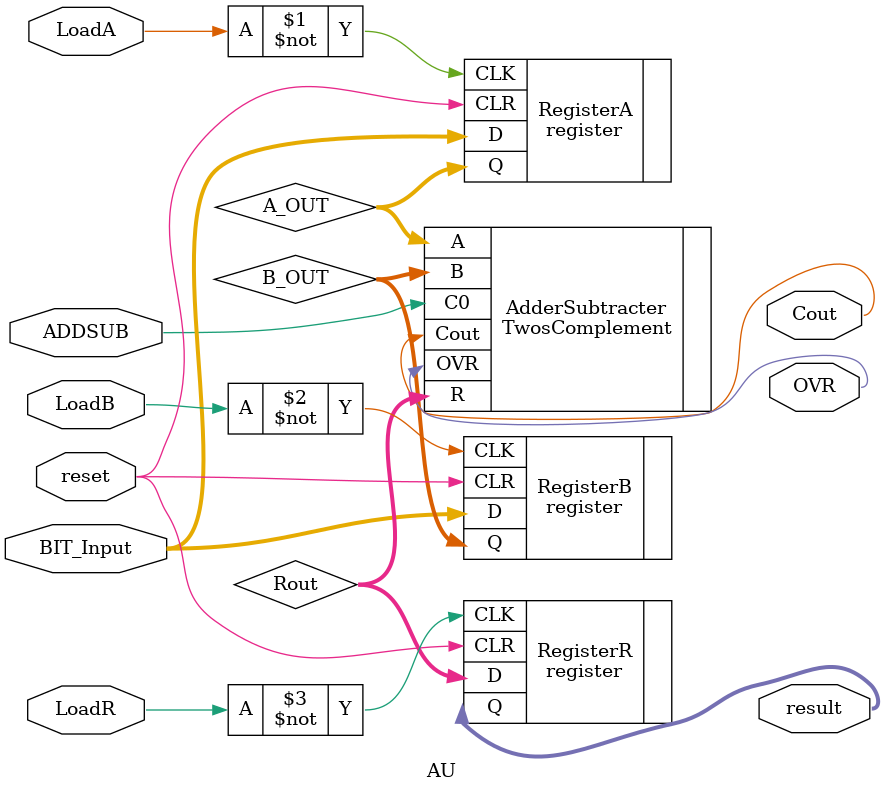
<source format=v>
module AU 
(
  input reset, LoadA, LoadB, LoadR, ADDSUB, 
  input[7:0] BIT_Input,
  output OVR, Cout,
  output[7:0] result
  //output[6:0] HEX0, HEX1, Bout, Bout1, HEX4, HEX5 
  //output[7:0] result, A_OUT, B_OUT 
  );
  wire [7:0] Rout, A_OUT, B_OUT;
  
//Instantiations 
	register RegisterA    //takes in input A
	(
		.D(BIT_Input) ,	// input [N-1:0] D_sig
		.CLK(~LoadA) ,	// input  CLK_sig
		.CLR(reset) ,	// input  CLR_sig
		.Q(A_OUT) 	// output [N-1:0] Q_sig
	);

	register RegisterB   //takes in input B
	(
		.D(BIT_Input) ,// input [N-1:0] Data
		.CLK(~LoadB) ,	// input  CLK_sig
		.CLR(reset) ,	// input  CLR_sig
		.Q(B_OUT) 	// output [N-1:0] Q_sig
	);
	
	TwosComplement AdderSubtracter
	(
		.A(A_OUT) ,	// input [7:0] A_sig
		.B(B_OUT) ,	// input [7:0] B_sig
		.C0(ADDSUB) ,	// input  C0_sig   
		.R(Rout) ,	// output [7:0] R_sig
		.Cout(Cout) ,	// output  Cout_sig
		.OVR(OVR) 	// output  OVR_sig
	);

	register RegisterR	
	(
		.D(Rout) ,	// input [N-1:0] D_sig
		.CLK(~LoadR) ,	// input  CLK_sig
		.CLR(reset) ,	// input  CLR_sig
		.Q(result) 	// output [N-1:0] Q_sig
	);
/*	
	SevenToHex SevenToHex0     //
	(
		.w(RegAout[3]) ,	// input  w_sig
		.x(RegAout[2]) ,	// input  x_sig
		.y(RegAout[1]) ,	// input  y_sig
		.z(RegAout[0]) ,	// input  z_sig
		.a(HEX0[0]) ,	// output  a_sig
		.b(HEX0[1]) ,	// output  b_sig
		.c(HEX0[2]) ,	// output  c_sig
		.d(HEX0[3]) ,	// output  d_sig
		.e(HEX0[4]) ,	// output  e_sig
		.f(HEX0[5]) ,	// output  f_sig
		.g(HEX0[6]) 	// output  g_sig
	);
	
	SevenToHex SevenToHex1
	(
		.w(RegAout[7]) ,	// input  w_sig
		.x(RegAout[6]) ,	// input  x_sig
		.y(RegAout[5]) ,	// input  y_sig
		.z(RegAout[4]) ,	// input  z_sig
		.a(HEX1[0]) ,	// output  a_sig
		.b(HEX1[1]) ,	// output  b_sig
		.c(HEX1[2]) ,	// output  c_sig
		.d(HEX1[3]) ,	// output  d_sig
		.e(HEX1[4]) ,	// output  e_sig
		.f(HEX1[5]) ,	// output  f_sig
		.g(HEX1[6]) 	// output  g_sig
	);

	
	SevenToHex SevenToHex2
	(
		.w(RegBout[7]) ,	// input  w_sig
		.x(RegBout[6]) ,	// input  x_sig
		.y(RegBout[5]) ,	// input  y_sig
		.z(RegBout[4]) ,	// input  z_sig
		.a(Bout[0]) ,	// output  a_sig
		.b(Bout[1]) ,	// output  b_sig
		.c(Bout[2]) ,	// output  c_sig
		.d(Bout[3]) ,	// output  d_sig
		.e(Bout[4]) ,	// output  e_sig
		.f(Bout[5]) ,	// output  f_sig
		.g(Bout[6]) 	// output  g_sig
	);
	
	SevenToHex SevenToHex3
	(
		.w(RegBout[3]) ,	// input  w_sig
		.x(RegBout[2]) ,	// input  x_sig
		.y(RegBout[1]) ,	// input  y_sig
		.z(RegBout[0]) ,	// input  z_sig
		.a(Bout1[0]) ,	// output  a_sig
		.b(Bout1[1]) ,	// output  b_sig
		.c(Bout1[2]) ,	// output  c_sig
		.d(Bout1[3]) ,	// output  d_sig
		.e(Bout1[4]) ,	// output  e_sig
		.f(Bout1[5]) ,	// output  f_sig
		.g(Bout1[6]) 	// output  g_sig
	);

	SevenToHex SevenToHex4
	(
		.w(result[7]) ,	// input  w_sig
		.x(result[6]) ,	// input  x_sig
		.y(result[5]) ,	// input  y_sig
		.z(result[4]) ,	// input  z_sig
		.a(HEX4[0]) ,	// output  a_sig
		.b(HEX4[1]) ,	// output  b_sig
		.c(HEX4[2]) ,	// output  c_sig
		.d(HEX4[3]) ,	// output  d_sig
		.e(HEX4[4]) ,	// output  e_sig
		.f(HEX4[5]) ,	// output  f_sig
		.g(HEX4[6]) 	// output  g_sig
	);
	
	SevenToHex SevenToHex5
	(
		.w(result[3]) ,	// input  w_sig
		.x(result[2]) ,	// input  x_sig
		.y(result[1]) ,	// input  y_sig
		.z(result[0]) ,	// input  z_sig
		.a(HEX5[0]) ,	// output  a_sig
		.b(HEX5[1]) ,	// output  b_sig
		.c(HEX5[2]) ,	// output  c_sig
		.d(HEX5[3]) ,	// output  d_sig
		.e(HEX5[4]) ,	// output  e_sig
		.f(HEX5[5]) ,	// output  f_sig
		.g(HEX5[6]) 	// output  g_sig
	);
*/

endmodule 
</source>
